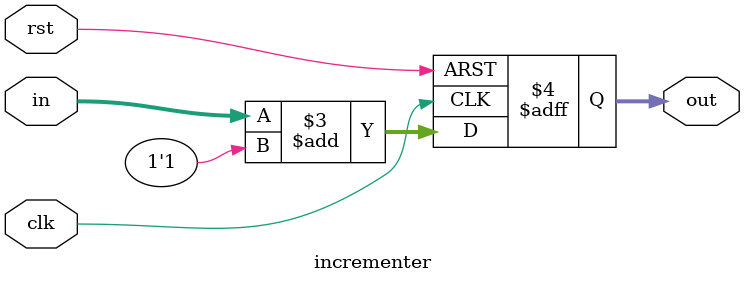
<source format=v>
module program_counter (pc_out, pc_in, status, ps, clk, rst);

	output [31:0] pc_out;									// program counter output
	input [31:0] pc_in;										// program counter input
	input [3:0] status;										// alu status
	input [1:0] ps;											// mux select bits
	input clk;													// clock
	input rst;													// reset
		
	wire[31:0] pc_hold, pc_incr, pc_load, pc_offs;	// mux inputs
	
	/*
	PS encoding:
	00 - hold
	01 - increment
	10 - load
	11 - offset
	*/
	
	assign pc_hold = pc_out;
	assign pc_load = pc_in;
	assign pc_offs = pc_out + pc_in;
	
	incrementer inc0 (pc_incr, pc_out, clk, rst);
	mux_4to1 	mux0 (pc_out, pc_hold, pc_incr, pc_load, pc_offs, ps);

endmodule 

// 32-bit 4-to-1 mux
module mux_4to1 (out, in0, in1, in2, in3, s);

	output reg [31:0] out;
	input [31:0] in0, in1, in2, in3;
	input [1:0] s;
	
	always @ (s) begin
		case (s)
			2'b00: out <= in0;
			2'b01: out <= in1;
			2'b10: out <= in2;
			2'b11: out <= in3;
		endcase
	end

endmodule 

// 1-bit 16-to-1 mux
module mux_16to1 (out, in, s);
	
	output reg out;
	input [15:0] in;
	input [3:0] s;
	
	always @(s) begin
		case(s)
			4'b0000: out <= in[0];
			4'b0001: out <= in[1];
			4'b0010: out <= in[2];
			4'b0011: out <= in[3];
			4'b0100: out <= in[4];
			4'b0101: out <= in[5];
			4'b0110: out <= in[6];
			4'b0111: out <= in[7];
			4'b1000: out <= in[8];
			4'b1001: out <= in[9];
			4'b1010: out <= in[10];
			4'b1011: out <= in[11];
			4'b1100: out <= in[12];
			4'b1101: out <= in[13];
			4'b1110: out <= in[14];
			4'b1111: out <= in[15];
		endcase
	end	
	
endmodule 	

// 32-bit incrementer
module incrementer (out, in, clk, rst);

	output reg [31:0] out;
	input [31:0] in;
	input clk, rst;

	always @(posedge clk or posedge rst) begin
		if (rst == 1'b1)
			out  <= 32'b0;
		else
			out <= in + 1'b1;
	end	

endmodule 
</source>
